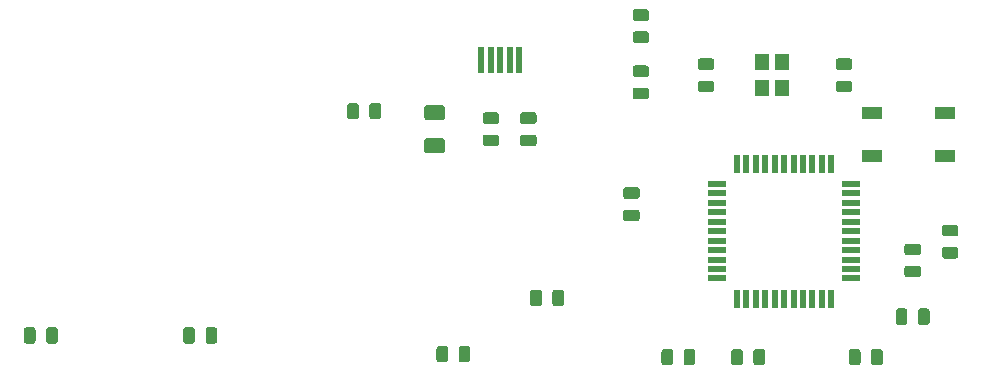
<source format=gbp>
G04 #@! TF.GenerationSoftware,KiCad,Pcbnew,5.1.5-52549c5~84~ubuntu18.04.1*
G04 #@! TF.CreationDate,2020-02-13T16:35:18-05:00*
G04 #@! TF.ProjectId,metropolislefty,6d657472-6f70-46f6-9c69-736c65667479,0*
G04 #@! TF.SameCoordinates,Original*
G04 #@! TF.FileFunction,Paste,Bot*
G04 #@! TF.FilePolarity,Positive*
%FSLAX46Y46*%
G04 Gerber Fmt 4.6, Leading zero omitted, Abs format (unit mm)*
G04 Created by KiCad (PCBNEW 5.1.5-52549c5~84~ubuntu18.04.1) date 2020-02-13 16:35:18*
%MOMM*%
%LPD*%
G04 APERTURE LIST*
%ADD10R,1.200000X1.400000*%
%ADD11R,0.500000X2.250000*%
%ADD12R,0.550000X1.500000*%
%ADD13R,1.500000X0.550000*%
%ADD14R,1.800000X1.100000*%
%ADD15C,0.100000*%
G04 APERTURE END LIST*
D10*
X120071250Y-45264250D03*
X120071250Y-43064250D03*
X118371250Y-43064250D03*
X118371250Y-45264250D03*
D11*
X94602500Y-42917500D03*
X95402500Y-42917500D03*
X96202500Y-42917500D03*
X97002500Y-42917500D03*
X97802500Y-42917500D03*
D12*
X116237250Y-63072250D03*
X117037250Y-63072250D03*
X117837250Y-63072250D03*
X118637250Y-63072250D03*
X119437250Y-63072250D03*
X120237250Y-63072250D03*
X121037250Y-63072250D03*
X121837250Y-63072250D03*
X122637250Y-63072250D03*
X123437250Y-63072250D03*
X124237250Y-63072250D03*
D13*
X125937250Y-61372250D03*
X125937250Y-60572250D03*
X125937250Y-59772250D03*
X125937250Y-58972250D03*
X125937250Y-58172250D03*
X125937250Y-57372250D03*
X125937250Y-56572250D03*
X125937250Y-55772250D03*
X125937250Y-54972250D03*
X125937250Y-54172250D03*
X125937250Y-53372250D03*
D12*
X124237250Y-51672250D03*
X123437250Y-51672250D03*
X122637250Y-51672250D03*
X121837250Y-51672250D03*
X121037250Y-51672250D03*
X120237250Y-51672250D03*
X119437250Y-51672250D03*
X118637250Y-51672250D03*
X117837250Y-51672250D03*
X117037250Y-51672250D03*
X116237250Y-51672250D03*
D13*
X114537250Y-53372250D03*
X114537250Y-54172250D03*
X114537250Y-54972250D03*
X114537250Y-55772250D03*
X114537250Y-56572250D03*
X114537250Y-57372250D03*
X114537250Y-58172250D03*
X114537250Y-58972250D03*
X114537250Y-59772250D03*
X114537250Y-60572250D03*
X114537250Y-61372250D03*
D14*
X133878250Y-51030750D03*
X127678250Y-47330750D03*
X133878250Y-47330750D03*
X127678250Y-51030750D03*
D15*
G36*
X128363892Y-67341424D02*
G01*
X128387553Y-67344934D01*
X128410757Y-67350746D01*
X128433279Y-67358804D01*
X128454903Y-67369032D01*
X128475420Y-67381329D01*
X128494633Y-67395579D01*
X128512357Y-67411643D01*
X128528421Y-67429367D01*
X128542671Y-67448580D01*
X128554968Y-67469097D01*
X128565196Y-67490721D01*
X128573254Y-67513243D01*
X128579066Y-67536447D01*
X128582576Y-67560108D01*
X128583750Y-67584000D01*
X128583750Y-68496500D01*
X128582576Y-68520392D01*
X128579066Y-68544053D01*
X128573254Y-68567257D01*
X128565196Y-68589779D01*
X128554968Y-68611403D01*
X128542671Y-68631920D01*
X128528421Y-68651133D01*
X128512357Y-68668857D01*
X128494633Y-68684921D01*
X128475420Y-68699171D01*
X128454903Y-68711468D01*
X128433279Y-68721696D01*
X128410757Y-68729754D01*
X128387553Y-68735566D01*
X128363892Y-68739076D01*
X128340000Y-68740250D01*
X127852500Y-68740250D01*
X127828608Y-68739076D01*
X127804947Y-68735566D01*
X127781743Y-68729754D01*
X127759221Y-68721696D01*
X127737597Y-68711468D01*
X127717080Y-68699171D01*
X127697867Y-68684921D01*
X127680143Y-68668857D01*
X127664079Y-68651133D01*
X127649829Y-68631920D01*
X127637532Y-68611403D01*
X127627304Y-68589779D01*
X127619246Y-68567257D01*
X127613434Y-68544053D01*
X127609924Y-68520392D01*
X127608750Y-68496500D01*
X127608750Y-67584000D01*
X127609924Y-67560108D01*
X127613434Y-67536447D01*
X127619246Y-67513243D01*
X127627304Y-67490721D01*
X127637532Y-67469097D01*
X127649829Y-67448580D01*
X127664079Y-67429367D01*
X127680143Y-67411643D01*
X127697867Y-67395579D01*
X127717080Y-67381329D01*
X127737597Y-67369032D01*
X127759221Y-67358804D01*
X127781743Y-67350746D01*
X127804947Y-67344934D01*
X127828608Y-67341424D01*
X127852500Y-67340250D01*
X128340000Y-67340250D01*
X128363892Y-67341424D01*
G37*
G36*
X126488892Y-67341424D02*
G01*
X126512553Y-67344934D01*
X126535757Y-67350746D01*
X126558279Y-67358804D01*
X126579903Y-67369032D01*
X126600420Y-67381329D01*
X126619633Y-67395579D01*
X126637357Y-67411643D01*
X126653421Y-67429367D01*
X126667671Y-67448580D01*
X126679968Y-67469097D01*
X126690196Y-67490721D01*
X126698254Y-67513243D01*
X126704066Y-67536447D01*
X126707576Y-67560108D01*
X126708750Y-67584000D01*
X126708750Y-68496500D01*
X126707576Y-68520392D01*
X126704066Y-68544053D01*
X126698254Y-68567257D01*
X126690196Y-68589779D01*
X126679968Y-68611403D01*
X126667671Y-68631920D01*
X126653421Y-68651133D01*
X126637357Y-68668857D01*
X126619633Y-68684921D01*
X126600420Y-68699171D01*
X126579903Y-68711468D01*
X126558279Y-68721696D01*
X126535757Y-68729754D01*
X126512553Y-68735566D01*
X126488892Y-68739076D01*
X126465000Y-68740250D01*
X125977500Y-68740250D01*
X125953608Y-68739076D01*
X125929947Y-68735566D01*
X125906743Y-68729754D01*
X125884221Y-68721696D01*
X125862597Y-68711468D01*
X125842080Y-68699171D01*
X125822867Y-68684921D01*
X125805143Y-68668857D01*
X125789079Y-68651133D01*
X125774829Y-68631920D01*
X125762532Y-68611403D01*
X125752304Y-68589779D01*
X125744246Y-68567257D01*
X125738434Y-68544053D01*
X125734924Y-68520392D01*
X125733750Y-68496500D01*
X125733750Y-67584000D01*
X125734924Y-67560108D01*
X125738434Y-67536447D01*
X125744246Y-67513243D01*
X125752304Y-67490721D01*
X125762532Y-67469097D01*
X125774829Y-67448580D01*
X125789079Y-67429367D01*
X125805143Y-67411643D01*
X125822867Y-67395579D01*
X125842080Y-67381329D01*
X125862597Y-67369032D01*
X125884221Y-67358804D01*
X125906743Y-67350746D01*
X125929947Y-67344934D01*
X125953608Y-67341424D01*
X125977500Y-67340250D01*
X126465000Y-67340250D01*
X126488892Y-67341424D01*
G37*
G36*
X72007642Y-65499924D02*
G01*
X72031303Y-65503434D01*
X72054507Y-65509246D01*
X72077029Y-65517304D01*
X72098653Y-65527532D01*
X72119170Y-65539829D01*
X72138383Y-65554079D01*
X72156107Y-65570143D01*
X72172171Y-65587867D01*
X72186421Y-65607080D01*
X72198718Y-65627597D01*
X72208946Y-65649221D01*
X72217004Y-65671743D01*
X72222816Y-65694947D01*
X72226326Y-65718608D01*
X72227500Y-65742500D01*
X72227500Y-66655000D01*
X72226326Y-66678892D01*
X72222816Y-66702553D01*
X72217004Y-66725757D01*
X72208946Y-66748279D01*
X72198718Y-66769903D01*
X72186421Y-66790420D01*
X72172171Y-66809633D01*
X72156107Y-66827357D01*
X72138383Y-66843421D01*
X72119170Y-66857671D01*
X72098653Y-66869968D01*
X72077029Y-66880196D01*
X72054507Y-66888254D01*
X72031303Y-66894066D01*
X72007642Y-66897576D01*
X71983750Y-66898750D01*
X71496250Y-66898750D01*
X71472358Y-66897576D01*
X71448697Y-66894066D01*
X71425493Y-66888254D01*
X71402971Y-66880196D01*
X71381347Y-66869968D01*
X71360830Y-66857671D01*
X71341617Y-66843421D01*
X71323893Y-66827357D01*
X71307829Y-66809633D01*
X71293579Y-66790420D01*
X71281282Y-66769903D01*
X71271054Y-66748279D01*
X71262996Y-66725757D01*
X71257184Y-66702553D01*
X71253674Y-66678892D01*
X71252500Y-66655000D01*
X71252500Y-65742500D01*
X71253674Y-65718608D01*
X71257184Y-65694947D01*
X71262996Y-65671743D01*
X71271054Y-65649221D01*
X71281282Y-65627597D01*
X71293579Y-65607080D01*
X71307829Y-65587867D01*
X71323893Y-65570143D01*
X71341617Y-65554079D01*
X71360830Y-65539829D01*
X71381347Y-65527532D01*
X71402971Y-65517304D01*
X71425493Y-65509246D01*
X71448697Y-65503434D01*
X71472358Y-65499924D01*
X71496250Y-65498750D01*
X71983750Y-65498750D01*
X72007642Y-65499924D01*
G37*
G36*
X70132642Y-65499924D02*
G01*
X70156303Y-65503434D01*
X70179507Y-65509246D01*
X70202029Y-65517304D01*
X70223653Y-65527532D01*
X70244170Y-65539829D01*
X70263383Y-65554079D01*
X70281107Y-65570143D01*
X70297171Y-65587867D01*
X70311421Y-65607080D01*
X70323718Y-65627597D01*
X70333946Y-65649221D01*
X70342004Y-65671743D01*
X70347816Y-65694947D01*
X70351326Y-65718608D01*
X70352500Y-65742500D01*
X70352500Y-66655000D01*
X70351326Y-66678892D01*
X70347816Y-66702553D01*
X70342004Y-66725757D01*
X70333946Y-66748279D01*
X70323718Y-66769903D01*
X70311421Y-66790420D01*
X70297171Y-66809633D01*
X70281107Y-66827357D01*
X70263383Y-66843421D01*
X70244170Y-66857671D01*
X70223653Y-66869968D01*
X70202029Y-66880196D01*
X70179507Y-66888254D01*
X70156303Y-66894066D01*
X70132642Y-66897576D01*
X70108750Y-66898750D01*
X69621250Y-66898750D01*
X69597358Y-66897576D01*
X69573697Y-66894066D01*
X69550493Y-66888254D01*
X69527971Y-66880196D01*
X69506347Y-66869968D01*
X69485830Y-66857671D01*
X69466617Y-66843421D01*
X69448893Y-66827357D01*
X69432829Y-66809633D01*
X69418579Y-66790420D01*
X69406282Y-66769903D01*
X69396054Y-66748279D01*
X69387996Y-66725757D01*
X69382184Y-66702553D01*
X69378674Y-66678892D01*
X69377500Y-66655000D01*
X69377500Y-65742500D01*
X69378674Y-65718608D01*
X69382184Y-65694947D01*
X69387996Y-65671743D01*
X69396054Y-65649221D01*
X69406282Y-65627597D01*
X69418579Y-65607080D01*
X69432829Y-65587867D01*
X69448893Y-65570143D01*
X69466617Y-65554079D01*
X69485830Y-65539829D01*
X69506347Y-65527532D01*
X69527971Y-65517304D01*
X69550493Y-65509246D01*
X69573697Y-65503434D01*
X69597358Y-65499924D01*
X69621250Y-65498750D01*
X70108750Y-65498750D01*
X70132642Y-65499924D01*
G37*
G36*
X58513892Y-65499924D02*
G01*
X58537553Y-65503434D01*
X58560757Y-65509246D01*
X58583279Y-65517304D01*
X58604903Y-65527532D01*
X58625420Y-65539829D01*
X58644633Y-65554079D01*
X58662357Y-65570143D01*
X58678421Y-65587867D01*
X58692671Y-65607080D01*
X58704968Y-65627597D01*
X58715196Y-65649221D01*
X58723254Y-65671743D01*
X58729066Y-65694947D01*
X58732576Y-65718608D01*
X58733750Y-65742500D01*
X58733750Y-66655000D01*
X58732576Y-66678892D01*
X58729066Y-66702553D01*
X58723254Y-66725757D01*
X58715196Y-66748279D01*
X58704968Y-66769903D01*
X58692671Y-66790420D01*
X58678421Y-66809633D01*
X58662357Y-66827357D01*
X58644633Y-66843421D01*
X58625420Y-66857671D01*
X58604903Y-66869968D01*
X58583279Y-66880196D01*
X58560757Y-66888254D01*
X58537553Y-66894066D01*
X58513892Y-66897576D01*
X58490000Y-66898750D01*
X58002500Y-66898750D01*
X57978608Y-66897576D01*
X57954947Y-66894066D01*
X57931743Y-66888254D01*
X57909221Y-66880196D01*
X57887597Y-66869968D01*
X57867080Y-66857671D01*
X57847867Y-66843421D01*
X57830143Y-66827357D01*
X57814079Y-66809633D01*
X57799829Y-66790420D01*
X57787532Y-66769903D01*
X57777304Y-66748279D01*
X57769246Y-66725757D01*
X57763434Y-66702553D01*
X57759924Y-66678892D01*
X57758750Y-66655000D01*
X57758750Y-65742500D01*
X57759924Y-65718608D01*
X57763434Y-65694947D01*
X57769246Y-65671743D01*
X57777304Y-65649221D01*
X57787532Y-65627597D01*
X57799829Y-65607080D01*
X57814079Y-65587867D01*
X57830143Y-65570143D01*
X57847867Y-65554079D01*
X57867080Y-65539829D01*
X57887597Y-65527532D01*
X57909221Y-65517304D01*
X57931743Y-65509246D01*
X57954947Y-65503434D01*
X57978608Y-65499924D01*
X58002500Y-65498750D01*
X58490000Y-65498750D01*
X58513892Y-65499924D01*
G37*
G36*
X56638892Y-65499924D02*
G01*
X56662553Y-65503434D01*
X56685757Y-65509246D01*
X56708279Y-65517304D01*
X56729903Y-65527532D01*
X56750420Y-65539829D01*
X56769633Y-65554079D01*
X56787357Y-65570143D01*
X56803421Y-65587867D01*
X56817671Y-65607080D01*
X56829968Y-65627597D01*
X56840196Y-65649221D01*
X56848254Y-65671743D01*
X56854066Y-65694947D01*
X56857576Y-65718608D01*
X56858750Y-65742500D01*
X56858750Y-66655000D01*
X56857576Y-66678892D01*
X56854066Y-66702553D01*
X56848254Y-66725757D01*
X56840196Y-66748279D01*
X56829968Y-66769903D01*
X56817671Y-66790420D01*
X56803421Y-66809633D01*
X56787357Y-66827357D01*
X56769633Y-66843421D01*
X56750420Y-66857671D01*
X56729903Y-66869968D01*
X56708279Y-66880196D01*
X56685757Y-66888254D01*
X56662553Y-66894066D01*
X56638892Y-66897576D01*
X56615000Y-66898750D01*
X56127500Y-66898750D01*
X56103608Y-66897576D01*
X56079947Y-66894066D01*
X56056743Y-66888254D01*
X56034221Y-66880196D01*
X56012597Y-66869968D01*
X55992080Y-66857671D01*
X55972867Y-66843421D01*
X55955143Y-66827357D01*
X55939079Y-66809633D01*
X55924829Y-66790420D01*
X55912532Y-66769903D01*
X55902304Y-66748279D01*
X55894246Y-66725757D01*
X55888434Y-66702553D01*
X55884924Y-66678892D01*
X55883750Y-66655000D01*
X55883750Y-65742500D01*
X55884924Y-65718608D01*
X55888434Y-65694947D01*
X55894246Y-65671743D01*
X55902304Y-65649221D01*
X55912532Y-65627597D01*
X55924829Y-65607080D01*
X55939079Y-65587867D01*
X55955143Y-65570143D01*
X55972867Y-65554079D01*
X55992080Y-65539829D01*
X56012597Y-65527532D01*
X56034221Y-65517304D01*
X56056743Y-65509246D01*
X56079947Y-65503434D01*
X56103608Y-65499924D01*
X56127500Y-65498750D01*
X56615000Y-65498750D01*
X56638892Y-65499924D01*
G37*
G36*
X85882392Y-46513424D02*
G01*
X85906053Y-46516934D01*
X85929257Y-46522746D01*
X85951779Y-46530804D01*
X85973403Y-46541032D01*
X85993920Y-46553329D01*
X86013133Y-46567579D01*
X86030857Y-46583643D01*
X86046921Y-46601367D01*
X86061171Y-46620580D01*
X86073468Y-46641097D01*
X86083696Y-46662721D01*
X86091754Y-46685243D01*
X86097566Y-46708447D01*
X86101076Y-46732108D01*
X86102250Y-46756000D01*
X86102250Y-47668500D01*
X86101076Y-47692392D01*
X86097566Y-47716053D01*
X86091754Y-47739257D01*
X86083696Y-47761779D01*
X86073468Y-47783403D01*
X86061171Y-47803920D01*
X86046921Y-47823133D01*
X86030857Y-47840857D01*
X86013133Y-47856921D01*
X85993920Y-47871171D01*
X85973403Y-47883468D01*
X85951779Y-47893696D01*
X85929257Y-47901754D01*
X85906053Y-47907566D01*
X85882392Y-47911076D01*
X85858500Y-47912250D01*
X85371000Y-47912250D01*
X85347108Y-47911076D01*
X85323447Y-47907566D01*
X85300243Y-47901754D01*
X85277721Y-47893696D01*
X85256097Y-47883468D01*
X85235580Y-47871171D01*
X85216367Y-47856921D01*
X85198643Y-47840857D01*
X85182579Y-47823133D01*
X85168329Y-47803920D01*
X85156032Y-47783403D01*
X85145804Y-47761779D01*
X85137746Y-47739257D01*
X85131934Y-47716053D01*
X85128424Y-47692392D01*
X85127250Y-47668500D01*
X85127250Y-46756000D01*
X85128424Y-46732108D01*
X85131934Y-46708447D01*
X85137746Y-46685243D01*
X85145804Y-46662721D01*
X85156032Y-46641097D01*
X85168329Y-46620580D01*
X85182579Y-46601367D01*
X85198643Y-46583643D01*
X85216367Y-46567579D01*
X85235580Y-46553329D01*
X85256097Y-46541032D01*
X85277721Y-46530804D01*
X85300243Y-46522746D01*
X85323447Y-46516934D01*
X85347108Y-46513424D01*
X85371000Y-46512250D01*
X85858500Y-46512250D01*
X85882392Y-46513424D01*
G37*
G36*
X84007392Y-46513424D02*
G01*
X84031053Y-46516934D01*
X84054257Y-46522746D01*
X84076779Y-46530804D01*
X84098403Y-46541032D01*
X84118920Y-46553329D01*
X84138133Y-46567579D01*
X84155857Y-46583643D01*
X84171921Y-46601367D01*
X84186171Y-46620580D01*
X84198468Y-46641097D01*
X84208696Y-46662721D01*
X84216754Y-46685243D01*
X84222566Y-46708447D01*
X84226076Y-46732108D01*
X84227250Y-46756000D01*
X84227250Y-47668500D01*
X84226076Y-47692392D01*
X84222566Y-47716053D01*
X84216754Y-47739257D01*
X84208696Y-47761779D01*
X84198468Y-47783403D01*
X84186171Y-47803920D01*
X84171921Y-47823133D01*
X84155857Y-47840857D01*
X84138133Y-47856921D01*
X84118920Y-47871171D01*
X84098403Y-47883468D01*
X84076779Y-47893696D01*
X84054257Y-47901754D01*
X84031053Y-47907566D01*
X84007392Y-47911076D01*
X83983500Y-47912250D01*
X83496000Y-47912250D01*
X83472108Y-47911076D01*
X83448447Y-47907566D01*
X83425243Y-47901754D01*
X83402721Y-47893696D01*
X83381097Y-47883468D01*
X83360580Y-47871171D01*
X83341367Y-47856921D01*
X83323643Y-47840857D01*
X83307579Y-47823133D01*
X83293329Y-47803920D01*
X83281032Y-47783403D01*
X83270804Y-47761779D01*
X83262746Y-47739257D01*
X83256934Y-47716053D01*
X83253424Y-47692392D01*
X83252250Y-47668500D01*
X83252250Y-46756000D01*
X83253424Y-46732108D01*
X83256934Y-46708447D01*
X83262746Y-46685243D01*
X83270804Y-46662721D01*
X83281032Y-46641097D01*
X83293329Y-46620580D01*
X83307579Y-46601367D01*
X83323643Y-46583643D01*
X83341367Y-46567579D01*
X83360580Y-46553329D01*
X83381097Y-46541032D01*
X83402721Y-46530804D01*
X83425243Y-46522746D01*
X83448447Y-46516934D01*
X83472108Y-46513424D01*
X83496000Y-46512250D01*
X83983500Y-46512250D01*
X84007392Y-46513424D01*
G37*
G36*
X93438892Y-67087424D02*
G01*
X93462553Y-67090934D01*
X93485757Y-67096746D01*
X93508279Y-67104804D01*
X93529903Y-67115032D01*
X93550420Y-67127329D01*
X93569633Y-67141579D01*
X93587357Y-67157643D01*
X93603421Y-67175367D01*
X93617671Y-67194580D01*
X93629968Y-67215097D01*
X93640196Y-67236721D01*
X93648254Y-67259243D01*
X93654066Y-67282447D01*
X93657576Y-67306108D01*
X93658750Y-67330000D01*
X93658750Y-68242500D01*
X93657576Y-68266392D01*
X93654066Y-68290053D01*
X93648254Y-68313257D01*
X93640196Y-68335779D01*
X93629968Y-68357403D01*
X93617671Y-68377920D01*
X93603421Y-68397133D01*
X93587357Y-68414857D01*
X93569633Y-68430921D01*
X93550420Y-68445171D01*
X93529903Y-68457468D01*
X93508279Y-68467696D01*
X93485757Y-68475754D01*
X93462553Y-68481566D01*
X93438892Y-68485076D01*
X93415000Y-68486250D01*
X92927500Y-68486250D01*
X92903608Y-68485076D01*
X92879947Y-68481566D01*
X92856743Y-68475754D01*
X92834221Y-68467696D01*
X92812597Y-68457468D01*
X92792080Y-68445171D01*
X92772867Y-68430921D01*
X92755143Y-68414857D01*
X92739079Y-68397133D01*
X92724829Y-68377920D01*
X92712532Y-68357403D01*
X92702304Y-68335779D01*
X92694246Y-68313257D01*
X92688434Y-68290053D01*
X92684924Y-68266392D01*
X92683750Y-68242500D01*
X92683750Y-67330000D01*
X92684924Y-67306108D01*
X92688434Y-67282447D01*
X92694246Y-67259243D01*
X92702304Y-67236721D01*
X92712532Y-67215097D01*
X92724829Y-67194580D01*
X92739079Y-67175367D01*
X92755143Y-67157643D01*
X92772867Y-67141579D01*
X92792080Y-67127329D01*
X92812597Y-67115032D01*
X92834221Y-67104804D01*
X92856743Y-67096746D01*
X92879947Y-67090934D01*
X92903608Y-67087424D01*
X92927500Y-67086250D01*
X93415000Y-67086250D01*
X93438892Y-67087424D01*
G37*
G36*
X91563892Y-67087424D02*
G01*
X91587553Y-67090934D01*
X91610757Y-67096746D01*
X91633279Y-67104804D01*
X91654903Y-67115032D01*
X91675420Y-67127329D01*
X91694633Y-67141579D01*
X91712357Y-67157643D01*
X91728421Y-67175367D01*
X91742671Y-67194580D01*
X91754968Y-67215097D01*
X91765196Y-67236721D01*
X91773254Y-67259243D01*
X91779066Y-67282447D01*
X91782576Y-67306108D01*
X91783750Y-67330000D01*
X91783750Y-68242500D01*
X91782576Y-68266392D01*
X91779066Y-68290053D01*
X91773254Y-68313257D01*
X91765196Y-68335779D01*
X91754968Y-68357403D01*
X91742671Y-68377920D01*
X91728421Y-68397133D01*
X91712357Y-68414857D01*
X91694633Y-68430921D01*
X91675420Y-68445171D01*
X91654903Y-68457468D01*
X91633279Y-68467696D01*
X91610757Y-68475754D01*
X91587553Y-68481566D01*
X91563892Y-68485076D01*
X91540000Y-68486250D01*
X91052500Y-68486250D01*
X91028608Y-68485076D01*
X91004947Y-68481566D01*
X90981743Y-68475754D01*
X90959221Y-68467696D01*
X90937597Y-68457468D01*
X90917080Y-68445171D01*
X90897867Y-68430921D01*
X90880143Y-68414857D01*
X90864079Y-68397133D01*
X90849829Y-68377920D01*
X90837532Y-68357403D01*
X90827304Y-68335779D01*
X90819246Y-68313257D01*
X90813434Y-68290053D01*
X90809924Y-68266392D01*
X90808750Y-68242500D01*
X90808750Y-67330000D01*
X90809924Y-67306108D01*
X90813434Y-67282447D01*
X90819246Y-67259243D01*
X90827304Y-67236721D01*
X90837532Y-67215097D01*
X90849829Y-67194580D01*
X90864079Y-67175367D01*
X90880143Y-67157643D01*
X90897867Y-67141579D01*
X90917080Y-67127329D01*
X90937597Y-67115032D01*
X90959221Y-67104804D01*
X90981743Y-67096746D01*
X91004947Y-67090934D01*
X91028608Y-67087424D01*
X91052500Y-67086250D01*
X91540000Y-67086250D01*
X91563892Y-67087424D01*
G37*
G36*
X134782642Y-58712424D02*
G01*
X134806303Y-58715934D01*
X134829507Y-58721746D01*
X134852029Y-58729804D01*
X134873653Y-58740032D01*
X134894170Y-58752329D01*
X134913383Y-58766579D01*
X134931107Y-58782643D01*
X134947171Y-58800367D01*
X134961421Y-58819580D01*
X134973718Y-58840097D01*
X134983946Y-58861721D01*
X134992004Y-58884243D01*
X134997816Y-58907447D01*
X135001326Y-58931108D01*
X135002500Y-58955000D01*
X135002500Y-59442500D01*
X135001326Y-59466392D01*
X134997816Y-59490053D01*
X134992004Y-59513257D01*
X134983946Y-59535779D01*
X134973718Y-59557403D01*
X134961421Y-59577920D01*
X134947171Y-59597133D01*
X134931107Y-59614857D01*
X134913383Y-59630921D01*
X134894170Y-59645171D01*
X134873653Y-59657468D01*
X134852029Y-59667696D01*
X134829507Y-59675754D01*
X134806303Y-59681566D01*
X134782642Y-59685076D01*
X134758750Y-59686250D01*
X133846250Y-59686250D01*
X133822358Y-59685076D01*
X133798697Y-59681566D01*
X133775493Y-59675754D01*
X133752971Y-59667696D01*
X133731347Y-59657468D01*
X133710830Y-59645171D01*
X133691617Y-59630921D01*
X133673893Y-59614857D01*
X133657829Y-59597133D01*
X133643579Y-59577920D01*
X133631282Y-59557403D01*
X133621054Y-59535779D01*
X133612996Y-59513257D01*
X133607184Y-59490053D01*
X133603674Y-59466392D01*
X133602500Y-59442500D01*
X133602500Y-58955000D01*
X133603674Y-58931108D01*
X133607184Y-58907447D01*
X133612996Y-58884243D01*
X133621054Y-58861721D01*
X133631282Y-58840097D01*
X133643579Y-58819580D01*
X133657829Y-58800367D01*
X133673893Y-58782643D01*
X133691617Y-58766579D01*
X133710830Y-58752329D01*
X133731347Y-58740032D01*
X133752971Y-58729804D01*
X133775493Y-58721746D01*
X133798697Y-58715934D01*
X133822358Y-58712424D01*
X133846250Y-58711250D01*
X134758750Y-58711250D01*
X134782642Y-58712424D01*
G37*
G36*
X134782642Y-56837424D02*
G01*
X134806303Y-56840934D01*
X134829507Y-56846746D01*
X134852029Y-56854804D01*
X134873653Y-56865032D01*
X134894170Y-56877329D01*
X134913383Y-56891579D01*
X134931107Y-56907643D01*
X134947171Y-56925367D01*
X134961421Y-56944580D01*
X134973718Y-56965097D01*
X134983946Y-56986721D01*
X134992004Y-57009243D01*
X134997816Y-57032447D01*
X135001326Y-57056108D01*
X135002500Y-57080000D01*
X135002500Y-57567500D01*
X135001326Y-57591392D01*
X134997816Y-57615053D01*
X134992004Y-57638257D01*
X134983946Y-57660779D01*
X134973718Y-57682403D01*
X134961421Y-57702920D01*
X134947171Y-57722133D01*
X134931107Y-57739857D01*
X134913383Y-57755921D01*
X134894170Y-57770171D01*
X134873653Y-57782468D01*
X134852029Y-57792696D01*
X134829507Y-57800754D01*
X134806303Y-57806566D01*
X134782642Y-57810076D01*
X134758750Y-57811250D01*
X133846250Y-57811250D01*
X133822358Y-57810076D01*
X133798697Y-57806566D01*
X133775493Y-57800754D01*
X133752971Y-57792696D01*
X133731347Y-57782468D01*
X133710830Y-57770171D01*
X133691617Y-57755921D01*
X133673893Y-57739857D01*
X133657829Y-57722133D01*
X133643579Y-57702920D01*
X133631282Y-57682403D01*
X133621054Y-57660779D01*
X133612996Y-57638257D01*
X133607184Y-57615053D01*
X133603674Y-57591392D01*
X133602500Y-57567500D01*
X133602500Y-57080000D01*
X133603674Y-57056108D01*
X133607184Y-57032447D01*
X133612996Y-57009243D01*
X133621054Y-56986721D01*
X133631282Y-56965097D01*
X133643579Y-56944580D01*
X133657829Y-56925367D01*
X133673893Y-56907643D01*
X133691617Y-56891579D01*
X133710830Y-56877329D01*
X133731347Y-56865032D01*
X133752971Y-56854804D01*
X133775493Y-56846746D01*
X133798697Y-56840934D01*
X133822358Y-56837424D01*
X133846250Y-56836250D01*
X134758750Y-56836250D01*
X134782642Y-56837424D01*
G37*
G36*
X95888892Y-47312424D02*
G01*
X95912553Y-47315934D01*
X95935757Y-47321746D01*
X95958279Y-47329804D01*
X95979903Y-47340032D01*
X96000420Y-47352329D01*
X96019633Y-47366579D01*
X96037357Y-47382643D01*
X96053421Y-47400367D01*
X96067671Y-47419580D01*
X96079968Y-47440097D01*
X96090196Y-47461721D01*
X96098254Y-47484243D01*
X96104066Y-47507447D01*
X96107576Y-47531108D01*
X96108750Y-47555000D01*
X96108750Y-48042500D01*
X96107576Y-48066392D01*
X96104066Y-48090053D01*
X96098254Y-48113257D01*
X96090196Y-48135779D01*
X96079968Y-48157403D01*
X96067671Y-48177920D01*
X96053421Y-48197133D01*
X96037357Y-48214857D01*
X96019633Y-48230921D01*
X96000420Y-48245171D01*
X95979903Y-48257468D01*
X95958279Y-48267696D01*
X95935757Y-48275754D01*
X95912553Y-48281566D01*
X95888892Y-48285076D01*
X95865000Y-48286250D01*
X94952500Y-48286250D01*
X94928608Y-48285076D01*
X94904947Y-48281566D01*
X94881743Y-48275754D01*
X94859221Y-48267696D01*
X94837597Y-48257468D01*
X94817080Y-48245171D01*
X94797867Y-48230921D01*
X94780143Y-48214857D01*
X94764079Y-48197133D01*
X94749829Y-48177920D01*
X94737532Y-48157403D01*
X94727304Y-48135779D01*
X94719246Y-48113257D01*
X94713434Y-48090053D01*
X94709924Y-48066392D01*
X94708750Y-48042500D01*
X94708750Y-47555000D01*
X94709924Y-47531108D01*
X94713434Y-47507447D01*
X94719246Y-47484243D01*
X94727304Y-47461721D01*
X94737532Y-47440097D01*
X94749829Y-47419580D01*
X94764079Y-47400367D01*
X94780143Y-47382643D01*
X94797867Y-47366579D01*
X94817080Y-47352329D01*
X94837597Y-47340032D01*
X94859221Y-47329804D01*
X94881743Y-47321746D01*
X94904947Y-47315934D01*
X94928608Y-47312424D01*
X94952500Y-47311250D01*
X95865000Y-47311250D01*
X95888892Y-47312424D01*
G37*
G36*
X95888892Y-49187424D02*
G01*
X95912553Y-49190934D01*
X95935757Y-49196746D01*
X95958279Y-49204804D01*
X95979903Y-49215032D01*
X96000420Y-49227329D01*
X96019633Y-49241579D01*
X96037357Y-49257643D01*
X96053421Y-49275367D01*
X96067671Y-49294580D01*
X96079968Y-49315097D01*
X96090196Y-49336721D01*
X96098254Y-49359243D01*
X96104066Y-49382447D01*
X96107576Y-49406108D01*
X96108750Y-49430000D01*
X96108750Y-49917500D01*
X96107576Y-49941392D01*
X96104066Y-49965053D01*
X96098254Y-49988257D01*
X96090196Y-50010779D01*
X96079968Y-50032403D01*
X96067671Y-50052920D01*
X96053421Y-50072133D01*
X96037357Y-50089857D01*
X96019633Y-50105921D01*
X96000420Y-50120171D01*
X95979903Y-50132468D01*
X95958279Y-50142696D01*
X95935757Y-50150754D01*
X95912553Y-50156566D01*
X95888892Y-50160076D01*
X95865000Y-50161250D01*
X94952500Y-50161250D01*
X94928608Y-50160076D01*
X94904947Y-50156566D01*
X94881743Y-50150754D01*
X94859221Y-50142696D01*
X94837597Y-50132468D01*
X94817080Y-50120171D01*
X94797867Y-50105921D01*
X94780143Y-50089857D01*
X94764079Y-50072133D01*
X94749829Y-50052920D01*
X94737532Y-50032403D01*
X94727304Y-50010779D01*
X94719246Y-49988257D01*
X94713434Y-49965053D01*
X94709924Y-49941392D01*
X94708750Y-49917500D01*
X94708750Y-49430000D01*
X94709924Y-49406108D01*
X94713434Y-49382447D01*
X94719246Y-49359243D01*
X94727304Y-49336721D01*
X94737532Y-49315097D01*
X94749829Y-49294580D01*
X94764079Y-49275367D01*
X94780143Y-49257643D01*
X94797867Y-49241579D01*
X94817080Y-49227329D01*
X94837597Y-49215032D01*
X94859221Y-49204804D01*
X94881743Y-49196746D01*
X94904947Y-49190934D01*
X94928608Y-49187424D01*
X94952500Y-49186250D01*
X95865000Y-49186250D01*
X95888892Y-49187424D01*
G37*
G36*
X99063892Y-47312424D02*
G01*
X99087553Y-47315934D01*
X99110757Y-47321746D01*
X99133279Y-47329804D01*
X99154903Y-47340032D01*
X99175420Y-47352329D01*
X99194633Y-47366579D01*
X99212357Y-47382643D01*
X99228421Y-47400367D01*
X99242671Y-47419580D01*
X99254968Y-47440097D01*
X99265196Y-47461721D01*
X99273254Y-47484243D01*
X99279066Y-47507447D01*
X99282576Y-47531108D01*
X99283750Y-47555000D01*
X99283750Y-48042500D01*
X99282576Y-48066392D01*
X99279066Y-48090053D01*
X99273254Y-48113257D01*
X99265196Y-48135779D01*
X99254968Y-48157403D01*
X99242671Y-48177920D01*
X99228421Y-48197133D01*
X99212357Y-48214857D01*
X99194633Y-48230921D01*
X99175420Y-48245171D01*
X99154903Y-48257468D01*
X99133279Y-48267696D01*
X99110757Y-48275754D01*
X99087553Y-48281566D01*
X99063892Y-48285076D01*
X99040000Y-48286250D01*
X98127500Y-48286250D01*
X98103608Y-48285076D01*
X98079947Y-48281566D01*
X98056743Y-48275754D01*
X98034221Y-48267696D01*
X98012597Y-48257468D01*
X97992080Y-48245171D01*
X97972867Y-48230921D01*
X97955143Y-48214857D01*
X97939079Y-48197133D01*
X97924829Y-48177920D01*
X97912532Y-48157403D01*
X97902304Y-48135779D01*
X97894246Y-48113257D01*
X97888434Y-48090053D01*
X97884924Y-48066392D01*
X97883750Y-48042500D01*
X97883750Y-47555000D01*
X97884924Y-47531108D01*
X97888434Y-47507447D01*
X97894246Y-47484243D01*
X97902304Y-47461721D01*
X97912532Y-47440097D01*
X97924829Y-47419580D01*
X97939079Y-47400367D01*
X97955143Y-47382643D01*
X97972867Y-47366579D01*
X97992080Y-47352329D01*
X98012597Y-47340032D01*
X98034221Y-47329804D01*
X98056743Y-47321746D01*
X98079947Y-47315934D01*
X98103608Y-47312424D01*
X98127500Y-47311250D01*
X99040000Y-47311250D01*
X99063892Y-47312424D01*
G37*
G36*
X99063892Y-49187424D02*
G01*
X99087553Y-49190934D01*
X99110757Y-49196746D01*
X99133279Y-49204804D01*
X99154903Y-49215032D01*
X99175420Y-49227329D01*
X99194633Y-49241579D01*
X99212357Y-49257643D01*
X99228421Y-49275367D01*
X99242671Y-49294580D01*
X99254968Y-49315097D01*
X99265196Y-49336721D01*
X99273254Y-49359243D01*
X99279066Y-49382447D01*
X99282576Y-49406108D01*
X99283750Y-49430000D01*
X99283750Y-49917500D01*
X99282576Y-49941392D01*
X99279066Y-49965053D01*
X99273254Y-49988257D01*
X99265196Y-50010779D01*
X99254968Y-50032403D01*
X99242671Y-50052920D01*
X99228421Y-50072133D01*
X99212357Y-50089857D01*
X99194633Y-50105921D01*
X99175420Y-50120171D01*
X99154903Y-50132468D01*
X99133279Y-50142696D01*
X99110757Y-50150754D01*
X99087553Y-50156566D01*
X99063892Y-50160076D01*
X99040000Y-50161250D01*
X98127500Y-50161250D01*
X98103608Y-50160076D01*
X98079947Y-50156566D01*
X98056743Y-50150754D01*
X98034221Y-50142696D01*
X98012597Y-50132468D01*
X97992080Y-50120171D01*
X97972867Y-50105921D01*
X97955143Y-50089857D01*
X97939079Y-50072133D01*
X97924829Y-50052920D01*
X97912532Y-50032403D01*
X97902304Y-50010779D01*
X97894246Y-49988257D01*
X97888434Y-49965053D01*
X97884924Y-49941392D01*
X97883750Y-49917500D01*
X97883750Y-49430000D01*
X97884924Y-49406108D01*
X97888434Y-49382447D01*
X97894246Y-49359243D01*
X97902304Y-49336721D01*
X97912532Y-49315097D01*
X97924829Y-49294580D01*
X97939079Y-49275367D01*
X97955143Y-49257643D01*
X97972867Y-49241579D01*
X97992080Y-49227329D01*
X98012597Y-49215032D01*
X98034221Y-49204804D01*
X98056743Y-49196746D01*
X98079947Y-49190934D01*
X98103608Y-49187424D01*
X98127500Y-49186250D01*
X99040000Y-49186250D01*
X99063892Y-49187424D01*
G37*
G36*
X108588892Y-38581174D02*
G01*
X108612553Y-38584684D01*
X108635757Y-38590496D01*
X108658279Y-38598554D01*
X108679903Y-38608782D01*
X108700420Y-38621079D01*
X108719633Y-38635329D01*
X108737357Y-38651393D01*
X108753421Y-38669117D01*
X108767671Y-38688330D01*
X108779968Y-38708847D01*
X108790196Y-38730471D01*
X108798254Y-38752993D01*
X108804066Y-38776197D01*
X108807576Y-38799858D01*
X108808750Y-38823750D01*
X108808750Y-39311250D01*
X108807576Y-39335142D01*
X108804066Y-39358803D01*
X108798254Y-39382007D01*
X108790196Y-39404529D01*
X108779968Y-39426153D01*
X108767671Y-39446670D01*
X108753421Y-39465883D01*
X108737357Y-39483607D01*
X108719633Y-39499671D01*
X108700420Y-39513921D01*
X108679903Y-39526218D01*
X108658279Y-39536446D01*
X108635757Y-39544504D01*
X108612553Y-39550316D01*
X108588892Y-39553826D01*
X108565000Y-39555000D01*
X107652500Y-39555000D01*
X107628608Y-39553826D01*
X107604947Y-39550316D01*
X107581743Y-39544504D01*
X107559221Y-39536446D01*
X107537597Y-39526218D01*
X107517080Y-39513921D01*
X107497867Y-39499671D01*
X107480143Y-39483607D01*
X107464079Y-39465883D01*
X107449829Y-39446670D01*
X107437532Y-39426153D01*
X107427304Y-39404529D01*
X107419246Y-39382007D01*
X107413434Y-39358803D01*
X107409924Y-39335142D01*
X107408750Y-39311250D01*
X107408750Y-38823750D01*
X107409924Y-38799858D01*
X107413434Y-38776197D01*
X107419246Y-38752993D01*
X107427304Y-38730471D01*
X107437532Y-38708847D01*
X107449829Y-38688330D01*
X107464079Y-38669117D01*
X107480143Y-38651393D01*
X107497867Y-38635329D01*
X107517080Y-38621079D01*
X107537597Y-38608782D01*
X107559221Y-38598554D01*
X107581743Y-38590496D01*
X107604947Y-38584684D01*
X107628608Y-38581174D01*
X107652500Y-38580000D01*
X108565000Y-38580000D01*
X108588892Y-38581174D01*
G37*
G36*
X108588892Y-40456174D02*
G01*
X108612553Y-40459684D01*
X108635757Y-40465496D01*
X108658279Y-40473554D01*
X108679903Y-40483782D01*
X108700420Y-40496079D01*
X108719633Y-40510329D01*
X108737357Y-40526393D01*
X108753421Y-40544117D01*
X108767671Y-40563330D01*
X108779968Y-40583847D01*
X108790196Y-40605471D01*
X108798254Y-40627993D01*
X108804066Y-40651197D01*
X108807576Y-40674858D01*
X108808750Y-40698750D01*
X108808750Y-41186250D01*
X108807576Y-41210142D01*
X108804066Y-41233803D01*
X108798254Y-41257007D01*
X108790196Y-41279529D01*
X108779968Y-41301153D01*
X108767671Y-41321670D01*
X108753421Y-41340883D01*
X108737357Y-41358607D01*
X108719633Y-41374671D01*
X108700420Y-41388921D01*
X108679903Y-41401218D01*
X108658279Y-41411446D01*
X108635757Y-41419504D01*
X108612553Y-41425316D01*
X108588892Y-41428826D01*
X108565000Y-41430000D01*
X107652500Y-41430000D01*
X107628608Y-41428826D01*
X107604947Y-41425316D01*
X107581743Y-41419504D01*
X107559221Y-41411446D01*
X107537597Y-41401218D01*
X107517080Y-41388921D01*
X107497867Y-41374671D01*
X107480143Y-41358607D01*
X107464079Y-41340883D01*
X107449829Y-41321670D01*
X107437532Y-41301153D01*
X107427304Y-41279529D01*
X107419246Y-41257007D01*
X107413434Y-41233803D01*
X107409924Y-41210142D01*
X107408750Y-41186250D01*
X107408750Y-40698750D01*
X107409924Y-40674858D01*
X107413434Y-40651197D01*
X107419246Y-40627993D01*
X107427304Y-40605471D01*
X107437532Y-40583847D01*
X107449829Y-40563330D01*
X107464079Y-40544117D01*
X107480143Y-40526393D01*
X107497867Y-40510329D01*
X107517080Y-40496079D01*
X107537597Y-40483782D01*
X107559221Y-40473554D01*
X107581743Y-40465496D01*
X107604947Y-40459684D01*
X107628608Y-40456174D01*
X107652500Y-40455000D01*
X108565000Y-40455000D01*
X108588892Y-40456174D01*
G37*
G36*
X91295754Y-49512454D02*
G01*
X91320023Y-49516054D01*
X91343821Y-49522015D01*
X91366921Y-49530280D01*
X91389099Y-49540770D01*
X91410143Y-49553383D01*
X91429848Y-49567997D01*
X91448027Y-49584473D01*
X91464503Y-49602652D01*
X91479117Y-49622357D01*
X91491730Y-49643401D01*
X91502220Y-49665579D01*
X91510485Y-49688679D01*
X91516446Y-49712477D01*
X91520046Y-49736746D01*
X91521250Y-49761250D01*
X91521250Y-50511250D01*
X91520046Y-50535754D01*
X91516446Y-50560023D01*
X91510485Y-50583821D01*
X91502220Y-50606921D01*
X91491730Y-50629099D01*
X91479117Y-50650143D01*
X91464503Y-50669848D01*
X91448027Y-50688027D01*
X91429848Y-50704503D01*
X91410143Y-50719117D01*
X91389099Y-50731730D01*
X91366921Y-50742220D01*
X91343821Y-50750485D01*
X91320023Y-50756446D01*
X91295754Y-50760046D01*
X91271250Y-50761250D01*
X90021250Y-50761250D01*
X89996746Y-50760046D01*
X89972477Y-50756446D01*
X89948679Y-50750485D01*
X89925579Y-50742220D01*
X89903401Y-50731730D01*
X89882357Y-50719117D01*
X89862652Y-50704503D01*
X89844473Y-50688027D01*
X89827997Y-50669848D01*
X89813383Y-50650143D01*
X89800770Y-50629099D01*
X89790280Y-50606921D01*
X89782015Y-50583821D01*
X89776054Y-50560023D01*
X89772454Y-50535754D01*
X89771250Y-50511250D01*
X89771250Y-49761250D01*
X89772454Y-49736746D01*
X89776054Y-49712477D01*
X89782015Y-49688679D01*
X89790280Y-49665579D01*
X89800770Y-49643401D01*
X89813383Y-49622357D01*
X89827997Y-49602652D01*
X89844473Y-49584473D01*
X89862652Y-49567997D01*
X89882357Y-49553383D01*
X89903401Y-49540770D01*
X89925579Y-49530280D01*
X89948679Y-49522015D01*
X89972477Y-49516054D01*
X89996746Y-49512454D01*
X90021250Y-49511250D01*
X91271250Y-49511250D01*
X91295754Y-49512454D01*
G37*
G36*
X91295754Y-46712454D02*
G01*
X91320023Y-46716054D01*
X91343821Y-46722015D01*
X91366921Y-46730280D01*
X91389099Y-46740770D01*
X91410143Y-46753383D01*
X91429848Y-46767997D01*
X91448027Y-46784473D01*
X91464503Y-46802652D01*
X91479117Y-46822357D01*
X91491730Y-46843401D01*
X91502220Y-46865579D01*
X91510485Y-46888679D01*
X91516446Y-46912477D01*
X91520046Y-46936746D01*
X91521250Y-46961250D01*
X91521250Y-47711250D01*
X91520046Y-47735754D01*
X91516446Y-47760023D01*
X91510485Y-47783821D01*
X91502220Y-47806921D01*
X91491730Y-47829099D01*
X91479117Y-47850143D01*
X91464503Y-47869848D01*
X91448027Y-47888027D01*
X91429848Y-47904503D01*
X91410143Y-47919117D01*
X91389099Y-47931730D01*
X91366921Y-47942220D01*
X91343821Y-47950485D01*
X91320023Y-47956446D01*
X91295754Y-47960046D01*
X91271250Y-47961250D01*
X90021250Y-47961250D01*
X89996746Y-47960046D01*
X89972477Y-47956446D01*
X89948679Y-47950485D01*
X89925579Y-47942220D01*
X89903401Y-47931730D01*
X89882357Y-47919117D01*
X89862652Y-47904503D01*
X89844473Y-47888027D01*
X89827997Y-47869848D01*
X89813383Y-47850143D01*
X89800770Y-47829099D01*
X89790280Y-47806921D01*
X89782015Y-47783821D01*
X89776054Y-47760023D01*
X89772454Y-47735754D01*
X89771250Y-47711250D01*
X89771250Y-46961250D01*
X89772454Y-46936746D01*
X89776054Y-46912477D01*
X89782015Y-46888679D01*
X89790280Y-46865579D01*
X89800770Y-46843401D01*
X89813383Y-46822357D01*
X89827997Y-46802652D01*
X89844473Y-46784473D01*
X89862652Y-46767997D01*
X89882357Y-46753383D01*
X89903401Y-46740770D01*
X89925579Y-46730280D01*
X89948679Y-46722015D01*
X89972477Y-46716054D01*
X89996746Y-46712454D01*
X90021250Y-46711250D01*
X91271250Y-46711250D01*
X91295754Y-46712454D01*
G37*
G36*
X116519392Y-67341424D02*
G01*
X116543053Y-67344934D01*
X116566257Y-67350746D01*
X116588779Y-67358804D01*
X116610403Y-67369032D01*
X116630920Y-67381329D01*
X116650133Y-67395579D01*
X116667857Y-67411643D01*
X116683921Y-67429367D01*
X116698171Y-67448580D01*
X116710468Y-67469097D01*
X116720696Y-67490721D01*
X116728754Y-67513243D01*
X116734566Y-67536447D01*
X116738076Y-67560108D01*
X116739250Y-67584000D01*
X116739250Y-68496500D01*
X116738076Y-68520392D01*
X116734566Y-68544053D01*
X116728754Y-68567257D01*
X116720696Y-68589779D01*
X116710468Y-68611403D01*
X116698171Y-68631920D01*
X116683921Y-68651133D01*
X116667857Y-68668857D01*
X116650133Y-68684921D01*
X116630920Y-68699171D01*
X116610403Y-68711468D01*
X116588779Y-68721696D01*
X116566257Y-68729754D01*
X116543053Y-68735566D01*
X116519392Y-68739076D01*
X116495500Y-68740250D01*
X116008000Y-68740250D01*
X115984108Y-68739076D01*
X115960447Y-68735566D01*
X115937243Y-68729754D01*
X115914721Y-68721696D01*
X115893097Y-68711468D01*
X115872580Y-68699171D01*
X115853367Y-68684921D01*
X115835643Y-68668857D01*
X115819579Y-68651133D01*
X115805329Y-68631920D01*
X115793032Y-68611403D01*
X115782804Y-68589779D01*
X115774746Y-68567257D01*
X115768934Y-68544053D01*
X115765424Y-68520392D01*
X115764250Y-68496500D01*
X115764250Y-67584000D01*
X115765424Y-67560108D01*
X115768934Y-67536447D01*
X115774746Y-67513243D01*
X115782804Y-67490721D01*
X115793032Y-67469097D01*
X115805329Y-67448580D01*
X115819579Y-67429367D01*
X115835643Y-67411643D01*
X115853367Y-67395579D01*
X115872580Y-67381329D01*
X115893097Y-67369032D01*
X115914721Y-67358804D01*
X115937243Y-67350746D01*
X115960447Y-67344934D01*
X115984108Y-67341424D01*
X116008000Y-67340250D01*
X116495500Y-67340250D01*
X116519392Y-67341424D01*
G37*
G36*
X118394392Y-67341424D02*
G01*
X118418053Y-67344934D01*
X118441257Y-67350746D01*
X118463779Y-67358804D01*
X118485403Y-67369032D01*
X118505920Y-67381329D01*
X118525133Y-67395579D01*
X118542857Y-67411643D01*
X118558921Y-67429367D01*
X118573171Y-67448580D01*
X118585468Y-67469097D01*
X118595696Y-67490721D01*
X118603754Y-67513243D01*
X118609566Y-67536447D01*
X118613076Y-67560108D01*
X118614250Y-67584000D01*
X118614250Y-68496500D01*
X118613076Y-68520392D01*
X118609566Y-68544053D01*
X118603754Y-68567257D01*
X118595696Y-68589779D01*
X118585468Y-68611403D01*
X118573171Y-68631920D01*
X118558921Y-68651133D01*
X118542857Y-68668857D01*
X118525133Y-68684921D01*
X118505920Y-68699171D01*
X118485403Y-68711468D01*
X118463779Y-68721696D01*
X118441257Y-68729754D01*
X118418053Y-68735566D01*
X118394392Y-68739076D01*
X118370500Y-68740250D01*
X117883000Y-68740250D01*
X117859108Y-68739076D01*
X117835447Y-68735566D01*
X117812243Y-68729754D01*
X117789721Y-68721696D01*
X117768097Y-68711468D01*
X117747580Y-68699171D01*
X117728367Y-68684921D01*
X117710643Y-68668857D01*
X117694579Y-68651133D01*
X117680329Y-68631920D01*
X117668032Y-68611403D01*
X117657804Y-68589779D01*
X117649746Y-68567257D01*
X117643934Y-68544053D01*
X117640424Y-68520392D01*
X117639250Y-68496500D01*
X117639250Y-67584000D01*
X117640424Y-67560108D01*
X117643934Y-67536447D01*
X117649746Y-67513243D01*
X117657804Y-67490721D01*
X117668032Y-67469097D01*
X117680329Y-67448580D01*
X117694579Y-67429367D01*
X117710643Y-67411643D01*
X117728367Y-67395579D01*
X117747580Y-67381329D01*
X117768097Y-67369032D01*
X117789721Y-67358804D01*
X117812243Y-67350746D01*
X117835447Y-67344934D01*
X117859108Y-67341424D01*
X117883000Y-67340250D01*
X118370500Y-67340250D01*
X118394392Y-67341424D01*
G37*
G36*
X107795142Y-55537424D02*
G01*
X107818803Y-55540934D01*
X107842007Y-55546746D01*
X107864529Y-55554804D01*
X107886153Y-55565032D01*
X107906670Y-55577329D01*
X107925883Y-55591579D01*
X107943607Y-55607643D01*
X107959671Y-55625367D01*
X107973921Y-55644580D01*
X107986218Y-55665097D01*
X107996446Y-55686721D01*
X108004504Y-55709243D01*
X108010316Y-55732447D01*
X108013826Y-55756108D01*
X108015000Y-55780000D01*
X108015000Y-56267500D01*
X108013826Y-56291392D01*
X108010316Y-56315053D01*
X108004504Y-56338257D01*
X107996446Y-56360779D01*
X107986218Y-56382403D01*
X107973921Y-56402920D01*
X107959671Y-56422133D01*
X107943607Y-56439857D01*
X107925883Y-56455921D01*
X107906670Y-56470171D01*
X107886153Y-56482468D01*
X107864529Y-56492696D01*
X107842007Y-56500754D01*
X107818803Y-56506566D01*
X107795142Y-56510076D01*
X107771250Y-56511250D01*
X106858750Y-56511250D01*
X106834858Y-56510076D01*
X106811197Y-56506566D01*
X106787993Y-56500754D01*
X106765471Y-56492696D01*
X106743847Y-56482468D01*
X106723330Y-56470171D01*
X106704117Y-56455921D01*
X106686393Y-56439857D01*
X106670329Y-56422133D01*
X106656079Y-56402920D01*
X106643782Y-56382403D01*
X106633554Y-56360779D01*
X106625496Y-56338257D01*
X106619684Y-56315053D01*
X106616174Y-56291392D01*
X106615000Y-56267500D01*
X106615000Y-55780000D01*
X106616174Y-55756108D01*
X106619684Y-55732447D01*
X106625496Y-55709243D01*
X106633554Y-55686721D01*
X106643782Y-55665097D01*
X106656079Y-55644580D01*
X106670329Y-55625367D01*
X106686393Y-55607643D01*
X106704117Y-55591579D01*
X106723330Y-55577329D01*
X106743847Y-55565032D01*
X106765471Y-55554804D01*
X106787993Y-55546746D01*
X106811197Y-55540934D01*
X106834858Y-55537424D01*
X106858750Y-55536250D01*
X107771250Y-55536250D01*
X107795142Y-55537424D01*
G37*
G36*
X107795142Y-53662424D02*
G01*
X107818803Y-53665934D01*
X107842007Y-53671746D01*
X107864529Y-53679804D01*
X107886153Y-53690032D01*
X107906670Y-53702329D01*
X107925883Y-53716579D01*
X107943607Y-53732643D01*
X107959671Y-53750367D01*
X107973921Y-53769580D01*
X107986218Y-53790097D01*
X107996446Y-53811721D01*
X108004504Y-53834243D01*
X108010316Y-53857447D01*
X108013826Y-53881108D01*
X108015000Y-53905000D01*
X108015000Y-54392500D01*
X108013826Y-54416392D01*
X108010316Y-54440053D01*
X108004504Y-54463257D01*
X107996446Y-54485779D01*
X107986218Y-54507403D01*
X107973921Y-54527920D01*
X107959671Y-54547133D01*
X107943607Y-54564857D01*
X107925883Y-54580921D01*
X107906670Y-54595171D01*
X107886153Y-54607468D01*
X107864529Y-54617696D01*
X107842007Y-54625754D01*
X107818803Y-54631566D01*
X107795142Y-54635076D01*
X107771250Y-54636250D01*
X106858750Y-54636250D01*
X106834858Y-54635076D01*
X106811197Y-54631566D01*
X106787993Y-54625754D01*
X106765471Y-54617696D01*
X106743847Y-54607468D01*
X106723330Y-54595171D01*
X106704117Y-54580921D01*
X106686393Y-54564857D01*
X106670329Y-54547133D01*
X106656079Y-54527920D01*
X106643782Y-54507403D01*
X106633554Y-54485779D01*
X106625496Y-54463257D01*
X106619684Y-54440053D01*
X106616174Y-54416392D01*
X106615000Y-54392500D01*
X106615000Y-53905000D01*
X106616174Y-53881108D01*
X106619684Y-53857447D01*
X106625496Y-53834243D01*
X106633554Y-53811721D01*
X106643782Y-53790097D01*
X106656079Y-53769580D01*
X106670329Y-53750367D01*
X106686393Y-53732643D01*
X106704117Y-53716579D01*
X106723330Y-53702329D01*
X106743847Y-53690032D01*
X106765471Y-53679804D01*
X106787993Y-53671746D01*
X106811197Y-53665934D01*
X106834858Y-53662424D01*
X106858750Y-53661250D01*
X107771250Y-53661250D01*
X107795142Y-53662424D01*
G37*
G36*
X125797392Y-42740424D02*
G01*
X125821053Y-42743934D01*
X125844257Y-42749746D01*
X125866779Y-42757804D01*
X125888403Y-42768032D01*
X125908920Y-42780329D01*
X125928133Y-42794579D01*
X125945857Y-42810643D01*
X125961921Y-42828367D01*
X125976171Y-42847580D01*
X125988468Y-42868097D01*
X125998696Y-42889721D01*
X126006754Y-42912243D01*
X126012566Y-42935447D01*
X126016076Y-42959108D01*
X126017250Y-42983000D01*
X126017250Y-43470500D01*
X126016076Y-43494392D01*
X126012566Y-43518053D01*
X126006754Y-43541257D01*
X125998696Y-43563779D01*
X125988468Y-43585403D01*
X125976171Y-43605920D01*
X125961921Y-43625133D01*
X125945857Y-43642857D01*
X125928133Y-43658921D01*
X125908920Y-43673171D01*
X125888403Y-43685468D01*
X125866779Y-43695696D01*
X125844257Y-43703754D01*
X125821053Y-43709566D01*
X125797392Y-43713076D01*
X125773500Y-43714250D01*
X124861000Y-43714250D01*
X124837108Y-43713076D01*
X124813447Y-43709566D01*
X124790243Y-43703754D01*
X124767721Y-43695696D01*
X124746097Y-43685468D01*
X124725580Y-43673171D01*
X124706367Y-43658921D01*
X124688643Y-43642857D01*
X124672579Y-43625133D01*
X124658329Y-43605920D01*
X124646032Y-43585403D01*
X124635804Y-43563779D01*
X124627746Y-43541257D01*
X124621934Y-43518053D01*
X124618424Y-43494392D01*
X124617250Y-43470500D01*
X124617250Y-42983000D01*
X124618424Y-42959108D01*
X124621934Y-42935447D01*
X124627746Y-42912243D01*
X124635804Y-42889721D01*
X124646032Y-42868097D01*
X124658329Y-42847580D01*
X124672579Y-42828367D01*
X124688643Y-42810643D01*
X124706367Y-42794579D01*
X124725580Y-42780329D01*
X124746097Y-42768032D01*
X124767721Y-42757804D01*
X124790243Y-42749746D01*
X124813447Y-42743934D01*
X124837108Y-42740424D01*
X124861000Y-42739250D01*
X125773500Y-42739250D01*
X125797392Y-42740424D01*
G37*
G36*
X125797392Y-44615424D02*
G01*
X125821053Y-44618934D01*
X125844257Y-44624746D01*
X125866779Y-44632804D01*
X125888403Y-44643032D01*
X125908920Y-44655329D01*
X125928133Y-44669579D01*
X125945857Y-44685643D01*
X125961921Y-44703367D01*
X125976171Y-44722580D01*
X125988468Y-44743097D01*
X125998696Y-44764721D01*
X126006754Y-44787243D01*
X126012566Y-44810447D01*
X126016076Y-44834108D01*
X126017250Y-44858000D01*
X126017250Y-45345500D01*
X126016076Y-45369392D01*
X126012566Y-45393053D01*
X126006754Y-45416257D01*
X125998696Y-45438779D01*
X125988468Y-45460403D01*
X125976171Y-45480920D01*
X125961921Y-45500133D01*
X125945857Y-45517857D01*
X125928133Y-45533921D01*
X125908920Y-45548171D01*
X125888403Y-45560468D01*
X125866779Y-45570696D01*
X125844257Y-45578754D01*
X125821053Y-45584566D01*
X125797392Y-45588076D01*
X125773500Y-45589250D01*
X124861000Y-45589250D01*
X124837108Y-45588076D01*
X124813447Y-45584566D01*
X124790243Y-45578754D01*
X124767721Y-45570696D01*
X124746097Y-45560468D01*
X124725580Y-45548171D01*
X124706367Y-45533921D01*
X124688643Y-45517857D01*
X124672579Y-45500133D01*
X124658329Y-45480920D01*
X124646032Y-45460403D01*
X124635804Y-45438779D01*
X124627746Y-45416257D01*
X124621934Y-45393053D01*
X124618424Y-45369392D01*
X124617250Y-45345500D01*
X124617250Y-44858000D01*
X124618424Y-44834108D01*
X124621934Y-44810447D01*
X124627746Y-44787243D01*
X124635804Y-44764721D01*
X124646032Y-44743097D01*
X124658329Y-44722580D01*
X124672579Y-44703367D01*
X124688643Y-44685643D01*
X124706367Y-44669579D01*
X124725580Y-44655329D01*
X124746097Y-44643032D01*
X124767721Y-44632804D01*
X124790243Y-44624746D01*
X124813447Y-44618934D01*
X124837108Y-44615424D01*
X124861000Y-44614250D01*
X125773500Y-44614250D01*
X125797392Y-44615424D01*
G37*
G36*
X114113392Y-44615424D02*
G01*
X114137053Y-44618934D01*
X114160257Y-44624746D01*
X114182779Y-44632804D01*
X114204403Y-44643032D01*
X114224920Y-44655329D01*
X114244133Y-44669579D01*
X114261857Y-44685643D01*
X114277921Y-44703367D01*
X114292171Y-44722580D01*
X114304468Y-44743097D01*
X114314696Y-44764721D01*
X114322754Y-44787243D01*
X114328566Y-44810447D01*
X114332076Y-44834108D01*
X114333250Y-44858000D01*
X114333250Y-45345500D01*
X114332076Y-45369392D01*
X114328566Y-45393053D01*
X114322754Y-45416257D01*
X114314696Y-45438779D01*
X114304468Y-45460403D01*
X114292171Y-45480920D01*
X114277921Y-45500133D01*
X114261857Y-45517857D01*
X114244133Y-45533921D01*
X114224920Y-45548171D01*
X114204403Y-45560468D01*
X114182779Y-45570696D01*
X114160257Y-45578754D01*
X114137053Y-45584566D01*
X114113392Y-45588076D01*
X114089500Y-45589250D01*
X113177000Y-45589250D01*
X113153108Y-45588076D01*
X113129447Y-45584566D01*
X113106243Y-45578754D01*
X113083721Y-45570696D01*
X113062097Y-45560468D01*
X113041580Y-45548171D01*
X113022367Y-45533921D01*
X113004643Y-45517857D01*
X112988579Y-45500133D01*
X112974329Y-45480920D01*
X112962032Y-45460403D01*
X112951804Y-45438779D01*
X112943746Y-45416257D01*
X112937934Y-45393053D01*
X112934424Y-45369392D01*
X112933250Y-45345500D01*
X112933250Y-44858000D01*
X112934424Y-44834108D01*
X112937934Y-44810447D01*
X112943746Y-44787243D01*
X112951804Y-44764721D01*
X112962032Y-44743097D01*
X112974329Y-44722580D01*
X112988579Y-44703367D01*
X113004643Y-44685643D01*
X113022367Y-44669579D01*
X113041580Y-44655329D01*
X113062097Y-44643032D01*
X113083721Y-44632804D01*
X113106243Y-44624746D01*
X113129447Y-44618934D01*
X113153108Y-44615424D01*
X113177000Y-44614250D01*
X114089500Y-44614250D01*
X114113392Y-44615424D01*
G37*
G36*
X114113392Y-42740424D02*
G01*
X114137053Y-42743934D01*
X114160257Y-42749746D01*
X114182779Y-42757804D01*
X114204403Y-42768032D01*
X114224920Y-42780329D01*
X114244133Y-42794579D01*
X114261857Y-42810643D01*
X114277921Y-42828367D01*
X114292171Y-42847580D01*
X114304468Y-42868097D01*
X114314696Y-42889721D01*
X114322754Y-42912243D01*
X114328566Y-42935447D01*
X114332076Y-42959108D01*
X114333250Y-42983000D01*
X114333250Y-43470500D01*
X114332076Y-43494392D01*
X114328566Y-43518053D01*
X114322754Y-43541257D01*
X114314696Y-43563779D01*
X114304468Y-43585403D01*
X114292171Y-43605920D01*
X114277921Y-43625133D01*
X114261857Y-43642857D01*
X114244133Y-43658921D01*
X114224920Y-43673171D01*
X114204403Y-43685468D01*
X114182779Y-43695696D01*
X114160257Y-43703754D01*
X114137053Y-43709566D01*
X114113392Y-43713076D01*
X114089500Y-43714250D01*
X113177000Y-43714250D01*
X113153108Y-43713076D01*
X113129447Y-43709566D01*
X113106243Y-43703754D01*
X113083721Y-43695696D01*
X113062097Y-43685468D01*
X113041580Y-43673171D01*
X113022367Y-43658921D01*
X113004643Y-43642857D01*
X112988579Y-43625133D01*
X112974329Y-43605920D01*
X112962032Y-43585403D01*
X112951804Y-43563779D01*
X112943746Y-43541257D01*
X112937934Y-43518053D01*
X112934424Y-43494392D01*
X112933250Y-43470500D01*
X112933250Y-42983000D01*
X112934424Y-42959108D01*
X112937934Y-42935447D01*
X112943746Y-42912243D01*
X112951804Y-42889721D01*
X112962032Y-42868097D01*
X112974329Y-42847580D01*
X112988579Y-42828367D01*
X113004643Y-42810643D01*
X113022367Y-42794579D01*
X113041580Y-42780329D01*
X113062097Y-42768032D01*
X113083721Y-42757804D01*
X113106243Y-42749746D01*
X113129447Y-42743934D01*
X113153108Y-42740424D01*
X113177000Y-42739250D01*
X114089500Y-42739250D01*
X114113392Y-42740424D01*
G37*
G36*
X101376392Y-62324924D02*
G01*
X101400053Y-62328434D01*
X101423257Y-62334246D01*
X101445779Y-62342304D01*
X101467403Y-62352532D01*
X101487920Y-62364829D01*
X101507133Y-62379079D01*
X101524857Y-62395143D01*
X101540921Y-62412867D01*
X101555171Y-62432080D01*
X101567468Y-62452597D01*
X101577696Y-62474221D01*
X101585754Y-62496743D01*
X101591566Y-62519947D01*
X101595076Y-62543608D01*
X101596250Y-62567500D01*
X101596250Y-63480000D01*
X101595076Y-63503892D01*
X101591566Y-63527553D01*
X101585754Y-63550757D01*
X101577696Y-63573279D01*
X101567468Y-63594903D01*
X101555171Y-63615420D01*
X101540921Y-63634633D01*
X101524857Y-63652357D01*
X101507133Y-63668421D01*
X101487920Y-63682671D01*
X101467403Y-63694968D01*
X101445779Y-63705196D01*
X101423257Y-63713254D01*
X101400053Y-63719066D01*
X101376392Y-63722576D01*
X101352500Y-63723750D01*
X100865000Y-63723750D01*
X100841108Y-63722576D01*
X100817447Y-63719066D01*
X100794243Y-63713254D01*
X100771721Y-63705196D01*
X100750097Y-63694968D01*
X100729580Y-63682671D01*
X100710367Y-63668421D01*
X100692643Y-63652357D01*
X100676579Y-63634633D01*
X100662329Y-63615420D01*
X100650032Y-63594903D01*
X100639804Y-63573279D01*
X100631746Y-63550757D01*
X100625934Y-63527553D01*
X100622424Y-63503892D01*
X100621250Y-63480000D01*
X100621250Y-62567500D01*
X100622424Y-62543608D01*
X100625934Y-62519947D01*
X100631746Y-62496743D01*
X100639804Y-62474221D01*
X100650032Y-62452597D01*
X100662329Y-62432080D01*
X100676579Y-62412867D01*
X100692643Y-62395143D01*
X100710367Y-62379079D01*
X100729580Y-62364829D01*
X100750097Y-62352532D01*
X100771721Y-62342304D01*
X100794243Y-62334246D01*
X100817447Y-62328434D01*
X100841108Y-62324924D01*
X100865000Y-62323750D01*
X101352500Y-62323750D01*
X101376392Y-62324924D01*
G37*
G36*
X99501392Y-62324924D02*
G01*
X99525053Y-62328434D01*
X99548257Y-62334246D01*
X99570779Y-62342304D01*
X99592403Y-62352532D01*
X99612920Y-62364829D01*
X99632133Y-62379079D01*
X99649857Y-62395143D01*
X99665921Y-62412867D01*
X99680171Y-62432080D01*
X99692468Y-62452597D01*
X99702696Y-62474221D01*
X99710754Y-62496743D01*
X99716566Y-62519947D01*
X99720076Y-62543608D01*
X99721250Y-62567500D01*
X99721250Y-63480000D01*
X99720076Y-63503892D01*
X99716566Y-63527553D01*
X99710754Y-63550757D01*
X99702696Y-63573279D01*
X99692468Y-63594903D01*
X99680171Y-63615420D01*
X99665921Y-63634633D01*
X99649857Y-63652357D01*
X99632133Y-63668421D01*
X99612920Y-63682671D01*
X99592403Y-63694968D01*
X99570779Y-63705196D01*
X99548257Y-63713254D01*
X99525053Y-63719066D01*
X99501392Y-63722576D01*
X99477500Y-63723750D01*
X98990000Y-63723750D01*
X98966108Y-63722576D01*
X98942447Y-63719066D01*
X98919243Y-63713254D01*
X98896721Y-63705196D01*
X98875097Y-63694968D01*
X98854580Y-63682671D01*
X98835367Y-63668421D01*
X98817643Y-63652357D01*
X98801579Y-63634633D01*
X98787329Y-63615420D01*
X98775032Y-63594903D01*
X98764804Y-63573279D01*
X98756746Y-63550757D01*
X98750934Y-63527553D01*
X98747424Y-63503892D01*
X98746250Y-63480000D01*
X98746250Y-62567500D01*
X98747424Y-62543608D01*
X98750934Y-62519947D01*
X98756746Y-62496743D01*
X98764804Y-62474221D01*
X98775032Y-62452597D01*
X98787329Y-62432080D01*
X98801579Y-62412867D01*
X98817643Y-62395143D01*
X98835367Y-62379079D01*
X98854580Y-62364829D01*
X98875097Y-62352532D01*
X98896721Y-62342304D01*
X98919243Y-62334246D01*
X98942447Y-62328434D01*
X98966108Y-62324924D01*
X98990000Y-62323750D01*
X99477500Y-62323750D01*
X99501392Y-62324924D01*
G37*
G36*
X110613892Y-67341424D02*
G01*
X110637553Y-67344934D01*
X110660757Y-67350746D01*
X110683279Y-67358804D01*
X110704903Y-67369032D01*
X110725420Y-67381329D01*
X110744633Y-67395579D01*
X110762357Y-67411643D01*
X110778421Y-67429367D01*
X110792671Y-67448580D01*
X110804968Y-67469097D01*
X110815196Y-67490721D01*
X110823254Y-67513243D01*
X110829066Y-67536447D01*
X110832576Y-67560108D01*
X110833750Y-67584000D01*
X110833750Y-68496500D01*
X110832576Y-68520392D01*
X110829066Y-68544053D01*
X110823254Y-68567257D01*
X110815196Y-68589779D01*
X110804968Y-68611403D01*
X110792671Y-68631920D01*
X110778421Y-68651133D01*
X110762357Y-68668857D01*
X110744633Y-68684921D01*
X110725420Y-68699171D01*
X110704903Y-68711468D01*
X110683279Y-68721696D01*
X110660757Y-68729754D01*
X110637553Y-68735566D01*
X110613892Y-68739076D01*
X110590000Y-68740250D01*
X110102500Y-68740250D01*
X110078608Y-68739076D01*
X110054947Y-68735566D01*
X110031743Y-68729754D01*
X110009221Y-68721696D01*
X109987597Y-68711468D01*
X109967080Y-68699171D01*
X109947867Y-68684921D01*
X109930143Y-68668857D01*
X109914079Y-68651133D01*
X109899829Y-68631920D01*
X109887532Y-68611403D01*
X109877304Y-68589779D01*
X109869246Y-68567257D01*
X109863434Y-68544053D01*
X109859924Y-68520392D01*
X109858750Y-68496500D01*
X109858750Y-67584000D01*
X109859924Y-67560108D01*
X109863434Y-67536447D01*
X109869246Y-67513243D01*
X109877304Y-67490721D01*
X109887532Y-67469097D01*
X109899829Y-67448580D01*
X109914079Y-67429367D01*
X109930143Y-67411643D01*
X109947867Y-67395579D01*
X109967080Y-67381329D01*
X109987597Y-67369032D01*
X110009221Y-67358804D01*
X110031743Y-67350746D01*
X110054947Y-67344934D01*
X110078608Y-67341424D01*
X110102500Y-67340250D01*
X110590000Y-67340250D01*
X110613892Y-67341424D01*
G37*
G36*
X112488892Y-67341424D02*
G01*
X112512553Y-67344934D01*
X112535757Y-67350746D01*
X112558279Y-67358804D01*
X112579903Y-67369032D01*
X112600420Y-67381329D01*
X112619633Y-67395579D01*
X112637357Y-67411643D01*
X112653421Y-67429367D01*
X112667671Y-67448580D01*
X112679968Y-67469097D01*
X112690196Y-67490721D01*
X112698254Y-67513243D01*
X112704066Y-67536447D01*
X112707576Y-67560108D01*
X112708750Y-67584000D01*
X112708750Y-68496500D01*
X112707576Y-68520392D01*
X112704066Y-68544053D01*
X112698254Y-68567257D01*
X112690196Y-68589779D01*
X112679968Y-68611403D01*
X112667671Y-68631920D01*
X112653421Y-68651133D01*
X112637357Y-68668857D01*
X112619633Y-68684921D01*
X112600420Y-68699171D01*
X112579903Y-68711468D01*
X112558279Y-68721696D01*
X112535757Y-68729754D01*
X112512553Y-68735566D01*
X112488892Y-68739076D01*
X112465000Y-68740250D01*
X111977500Y-68740250D01*
X111953608Y-68739076D01*
X111929947Y-68735566D01*
X111906743Y-68729754D01*
X111884221Y-68721696D01*
X111862597Y-68711468D01*
X111842080Y-68699171D01*
X111822867Y-68684921D01*
X111805143Y-68668857D01*
X111789079Y-68651133D01*
X111774829Y-68631920D01*
X111762532Y-68611403D01*
X111752304Y-68589779D01*
X111744246Y-68567257D01*
X111738434Y-68544053D01*
X111734924Y-68520392D01*
X111733750Y-68496500D01*
X111733750Y-67584000D01*
X111734924Y-67560108D01*
X111738434Y-67536447D01*
X111744246Y-67513243D01*
X111752304Y-67490721D01*
X111762532Y-67469097D01*
X111774829Y-67448580D01*
X111789079Y-67429367D01*
X111805143Y-67411643D01*
X111822867Y-67395579D01*
X111842080Y-67381329D01*
X111862597Y-67369032D01*
X111884221Y-67358804D01*
X111906743Y-67350746D01*
X111929947Y-67344934D01*
X111953608Y-67341424D01*
X111977500Y-67340250D01*
X112465000Y-67340250D01*
X112488892Y-67341424D01*
G37*
G36*
X131607642Y-58424924D02*
G01*
X131631303Y-58428434D01*
X131654507Y-58434246D01*
X131677029Y-58442304D01*
X131698653Y-58452532D01*
X131719170Y-58464829D01*
X131738383Y-58479079D01*
X131756107Y-58495143D01*
X131772171Y-58512867D01*
X131786421Y-58532080D01*
X131798718Y-58552597D01*
X131808946Y-58574221D01*
X131817004Y-58596743D01*
X131822816Y-58619947D01*
X131826326Y-58643608D01*
X131827500Y-58667500D01*
X131827500Y-59155000D01*
X131826326Y-59178892D01*
X131822816Y-59202553D01*
X131817004Y-59225757D01*
X131808946Y-59248279D01*
X131798718Y-59269903D01*
X131786421Y-59290420D01*
X131772171Y-59309633D01*
X131756107Y-59327357D01*
X131738383Y-59343421D01*
X131719170Y-59357671D01*
X131698653Y-59369968D01*
X131677029Y-59380196D01*
X131654507Y-59388254D01*
X131631303Y-59394066D01*
X131607642Y-59397576D01*
X131583750Y-59398750D01*
X130671250Y-59398750D01*
X130647358Y-59397576D01*
X130623697Y-59394066D01*
X130600493Y-59388254D01*
X130577971Y-59380196D01*
X130556347Y-59369968D01*
X130535830Y-59357671D01*
X130516617Y-59343421D01*
X130498893Y-59327357D01*
X130482829Y-59309633D01*
X130468579Y-59290420D01*
X130456282Y-59269903D01*
X130446054Y-59248279D01*
X130437996Y-59225757D01*
X130432184Y-59202553D01*
X130428674Y-59178892D01*
X130427500Y-59155000D01*
X130427500Y-58667500D01*
X130428674Y-58643608D01*
X130432184Y-58619947D01*
X130437996Y-58596743D01*
X130446054Y-58574221D01*
X130456282Y-58552597D01*
X130468579Y-58532080D01*
X130482829Y-58512867D01*
X130498893Y-58495143D01*
X130516617Y-58479079D01*
X130535830Y-58464829D01*
X130556347Y-58452532D01*
X130577971Y-58442304D01*
X130600493Y-58434246D01*
X130623697Y-58428434D01*
X130647358Y-58424924D01*
X130671250Y-58423750D01*
X131583750Y-58423750D01*
X131607642Y-58424924D01*
G37*
G36*
X131607642Y-60299924D02*
G01*
X131631303Y-60303434D01*
X131654507Y-60309246D01*
X131677029Y-60317304D01*
X131698653Y-60327532D01*
X131719170Y-60339829D01*
X131738383Y-60354079D01*
X131756107Y-60370143D01*
X131772171Y-60387867D01*
X131786421Y-60407080D01*
X131798718Y-60427597D01*
X131808946Y-60449221D01*
X131817004Y-60471743D01*
X131822816Y-60494947D01*
X131826326Y-60518608D01*
X131827500Y-60542500D01*
X131827500Y-61030000D01*
X131826326Y-61053892D01*
X131822816Y-61077553D01*
X131817004Y-61100757D01*
X131808946Y-61123279D01*
X131798718Y-61144903D01*
X131786421Y-61165420D01*
X131772171Y-61184633D01*
X131756107Y-61202357D01*
X131738383Y-61218421D01*
X131719170Y-61232671D01*
X131698653Y-61244968D01*
X131677029Y-61255196D01*
X131654507Y-61263254D01*
X131631303Y-61269066D01*
X131607642Y-61272576D01*
X131583750Y-61273750D01*
X130671250Y-61273750D01*
X130647358Y-61272576D01*
X130623697Y-61269066D01*
X130600493Y-61263254D01*
X130577971Y-61255196D01*
X130556347Y-61244968D01*
X130535830Y-61232671D01*
X130516617Y-61218421D01*
X130498893Y-61202357D01*
X130482829Y-61184633D01*
X130468579Y-61165420D01*
X130456282Y-61144903D01*
X130446054Y-61123279D01*
X130437996Y-61100757D01*
X130432184Y-61077553D01*
X130428674Y-61053892D01*
X130427500Y-61030000D01*
X130427500Y-60542500D01*
X130428674Y-60518608D01*
X130432184Y-60494947D01*
X130437996Y-60471743D01*
X130446054Y-60449221D01*
X130456282Y-60427597D01*
X130468579Y-60407080D01*
X130482829Y-60387867D01*
X130498893Y-60370143D01*
X130516617Y-60354079D01*
X130535830Y-60339829D01*
X130556347Y-60327532D01*
X130577971Y-60317304D01*
X130600493Y-60309246D01*
X130623697Y-60303434D01*
X130647358Y-60299924D01*
X130671250Y-60298750D01*
X131583750Y-60298750D01*
X131607642Y-60299924D01*
G37*
G36*
X130457642Y-63912424D02*
G01*
X130481303Y-63915934D01*
X130504507Y-63921746D01*
X130527029Y-63929804D01*
X130548653Y-63940032D01*
X130569170Y-63952329D01*
X130588383Y-63966579D01*
X130606107Y-63982643D01*
X130622171Y-64000367D01*
X130636421Y-64019580D01*
X130648718Y-64040097D01*
X130658946Y-64061721D01*
X130667004Y-64084243D01*
X130672816Y-64107447D01*
X130676326Y-64131108D01*
X130677500Y-64155000D01*
X130677500Y-65067500D01*
X130676326Y-65091392D01*
X130672816Y-65115053D01*
X130667004Y-65138257D01*
X130658946Y-65160779D01*
X130648718Y-65182403D01*
X130636421Y-65202920D01*
X130622171Y-65222133D01*
X130606107Y-65239857D01*
X130588383Y-65255921D01*
X130569170Y-65270171D01*
X130548653Y-65282468D01*
X130527029Y-65292696D01*
X130504507Y-65300754D01*
X130481303Y-65306566D01*
X130457642Y-65310076D01*
X130433750Y-65311250D01*
X129946250Y-65311250D01*
X129922358Y-65310076D01*
X129898697Y-65306566D01*
X129875493Y-65300754D01*
X129852971Y-65292696D01*
X129831347Y-65282468D01*
X129810830Y-65270171D01*
X129791617Y-65255921D01*
X129773893Y-65239857D01*
X129757829Y-65222133D01*
X129743579Y-65202920D01*
X129731282Y-65182403D01*
X129721054Y-65160779D01*
X129712996Y-65138257D01*
X129707184Y-65115053D01*
X129703674Y-65091392D01*
X129702500Y-65067500D01*
X129702500Y-64155000D01*
X129703674Y-64131108D01*
X129707184Y-64107447D01*
X129712996Y-64084243D01*
X129721054Y-64061721D01*
X129731282Y-64040097D01*
X129743579Y-64019580D01*
X129757829Y-64000367D01*
X129773893Y-63982643D01*
X129791617Y-63966579D01*
X129810830Y-63952329D01*
X129831347Y-63940032D01*
X129852971Y-63929804D01*
X129875493Y-63921746D01*
X129898697Y-63915934D01*
X129922358Y-63912424D01*
X129946250Y-63911250D01*
X130433750Y-63911250D01*
X130457642Y-63912424D01*
G37*
G36*
X132332642Y-63912424D02*
G01*
X132356303Y-63915934D01*
X132379507Y-63921746D01*
X132402029Y-63929804D01*
X132423653Y-63940032D01*
X132444170Y-63952329D01*
X132463383Y-63966579D01*
X132481107Y-63982643D01*
X132497171Y-64000367D01*
X132511421Y-64019580D01*
X132523718Y-64040097D01*
X132533946Y-64061721D01*
X132542004Y-64084243D01*
X132547816Y-64107447D01*
X132551326Y-64131108D01*
X132552500Y-64155000D01*
X132552500Y-65067500D01*
X132551326Y-65091392D01*
X132547816Y-65115053D01*
X132542004Y-65138257D01*
X132533946Y-65160779D01*
X132523718Y-65182403D01*
X132511421Y-65202920D01*
X132497171Y-65222133D01*
X132481107Y-65239857D01*
X132463383Y-65255921D01*
X132444170Y-65270171D01*
X132423653Y-65282468D01*
X132402029Y-65292696D01*
X132379507Y-65300754D01*
X132356303Y-65306566D01*
X132332642Y-65310076D01*
X132308750Y-65311250D01*
X131821250Y-65311250D01*
X131797358Y-65310076D01*
X131773697Y-65306566D01*
X131750493Y-65300754D01*
X131727971Y-65292696D01*
X131706347Y-65282468D01*
X131685830Y-65270171D01*
X131666617Y-65255921D01*
X131648893Y-65239857D01*
X131632829Y-65222133D01*
X131618579Y-65202920D01*
X131606282Y-65182403D01*
X131596054Y-65160779D01*
X131587996Y-65138257D01*
X131582184Y-65115053D01*
X131578674Y-65091392D01*
X131577500Y-65067500D01*
X131577500Y-64155000D01*
X131578674Y-64131108D01*
X131582184Y-64107447D01*
X131587996Y-64084243D01*
X131596054Y-64061721D01*
X131606282Y-64040097D01*
X131618579Y-64019580D01*
X131632829Y-64000367D01*
X131648893Y-63982643D01*
X131666617Y-63966579D01*
X131685830Y-63952329D01*
X131706347Y-63940032D01*
X131727971Y-63929804D01*
X131750493Y-63921746D01*
X131773697Y-63915934D01*
X131797358Y-63912424D01*
X131821250Y-63911250D01*
X132308750Y-63911250D01*
X132332642Y-63912424D01*
G37*
G36*
X108588892Y-45218674D02*
G01*
X108612553Y-45222184D01*
X108635757Y-45227996D01*
X108658279Y-45236054D01*
X108679903Y-45246282D01*
X108700420Y-45258579D01*
X108719633Y-45272829D01*
X108737357Y-45288893D01*
X108753421Y-45306617D01*
X108767671Y-45325830D01*
X108779968Y-45346347D01*
X108790196Y-45367971D01*
X108798254Y-45390493D01*
X108804066Y-45413697D01*
X108807576Y-45437358D01*
X108808750Y-45461250D01*
X108808750Y-45948750D01*
X108807576Y-45972642D01*
X108804066Y-45996303D01*
X108798254Y-46019507D01*
X108790196Y-46042029D01*
X108779968Y-46063653D01*
X108767671Y-46084170D01*
X108753421Y-46103383D01*
X108737357Y-46121107D01*
X108719633Y-46137171D01*
X108700420Y-46151421D01*
X108679903Y-46163718D01*
X108658279Y-46173946D01*
X108635757Y-46182004D01*
X108612553Y-46187816D01*
X108588892Y-46191326D01*
X108565000Y-46192500D01*
X107652500Y-46192500D01*
X107628608Y-46191326D01*
X107604947Y-46187816D01*
X107581743Y-46182004D01*
X107559221Y-46173946D01*
X107537597Y-46163718D01*
X107517080Y-46151421D01*
X107497867Y-46137171D01*
X107480143Y-46121107D01*
X107464079Y-46103383D01*
X107449829Y-46084170D01*
X107437532Y-46063653D01*
X107427304Y-46042029D01*
X107419246Y-46019507D01*
X107413434Y-45996303D01*
X107409924Y-45972642D01*
X107408750Y-45948750D01*
X107408750Y-45461250D01*
X107409924Y-45437358D01*
X107413434Y-45413697D01*
X107419246Y-45390493D01*
X107427304Y-45367971D01*
X107437532Y-45346347D01*
X107449829Y-45325830D01*
X107464079Y-45306617D01*
X107480143Y-45288893D01*
X107497867Y-45272829D01*
X107517080Y-45258579D01*
X107537597Y-45246282D01*
X107559221Y-45236054D01*
X107581743Y-45227996D01*
X107604947Y-45222184D01*
X107628608Y-45218674D01*
X107652500Y-45217500D01*
X108565000Y-45217500D01*
X108588892Y-45218674D01*
G37*
G36*
X108588892Y-43343674D02*
G01*
X108612553Y-43347184D01*
X108635757Y-43352996D01*
X108658279Y-43361054D01*
X108679903Y-43371282D01*
X108700420Y-43383579D01*
X108719633Y-43397829D01*
X108737357Y-43413893D01*
X108753421Y-43431617D01*
X108767671Y-43450830D01*
X108779968Y-43471347D01*
X108790196Y-43492971D01*
X108798254Y-43515493D01*
X108804066Y-43538697D01*
X108807576Y-43562358D01*
X108808750Y-43586250D01*
X108808750Y-44073750D01*
X108807576Y-44097642D01*
X108804066Y-44121303D01*
X108798254Y-44144507D01*
X108790196Y-44167029D01*
X108779968Y-44188653D01*
X108767671Y-44209170D01*
X108753421Y-44228383D01*
X108737357Y-44246107D01*
X108719633Y-44262171D01*
X108700420Y-44276421D01*
X108679903Y-44288718D01*
X108658279Y-44298946D01*
X108635757Y-44307004D01*
X108612553Y-44312816D01*
X108588892Y-44316326D01*
X108565000Y-44317500D01*
X107652500Y-44317500D01*
X107628608Y-44316326D01*
X107604947Y-44312816D01*
X107581743Y-44307004D01*
X107559221Y-44298946D01*
X107537597Y-44288718D01*
X107517080Y-44276421D01*
X107497867Y-44262171D01*
X107480143Y-44246107D01*
X107464079Y-44228383D01*
X107449829Y-44209170D01*
X107437532Y-44188653D01*
X107427304Y-44167029D01*
X107419246Y-44144507D01*
X107413434Y-44121303D01*
X107409924Y-44097642D01*
X107408750Y-44073750D01*
X107408750Y-43586250D01*
X107409924Y-43562358D01*
X107413434Y-43538697D01*
X107419246Y-43515493D01*
X107427304Y-43492971D01*
X107437532Y-43471347D01*
X107449829Y-43450830D01*
X107464079Y-43431617D01*
X107480143Y-43413893D01*
X107497867Y-43397829D01*
X107517080Y-43383579D01*
X107537597Y-43371282D01*
X107559221Y-43361054D01*
X107581743Y-43352996D01*
X107604947Y-43347184D01*
X107628608Y-43343674D01*
X107652500Y-43342500D01*
X108565000Y-43342500D01*
X108588892Y-43343674D01*
G37*
M02*

</source>
